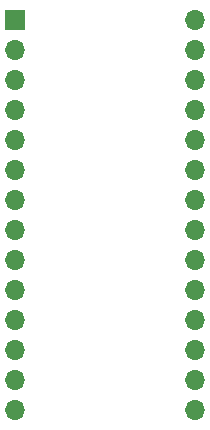
<source format=gbr>
%TF.GenerationSoftware,KiCad,Pcbnew,(5.1.6)-1*%
%TF.CreationDate,2021-05-02T16:05:47+02:00*%
%TF.ProjectId,nv-fram,6e762d66-7261-46d2-9e6b-696361645f70,rev?*%
%TF.SameCoordinates,Original*%
%TF.FileFunction,Soldermask,Bot*%
%TF.FilePolarity,Negative*%
%FSLAX46Y46*%
G04 Gerber Fmt 4.6, Leading zero omitted, Abs format (unit mm)*
G04 Created by KiCad (PCBNEW (5.1.6)-1) date 2021-05-02 16:05:47*
%MOMM*%
%LPD*%
G01*
G04 APERTURE LIST*
%ADD10O,1.700000X1.700000*%
%ADD11R,1.700000X1.700000*%
G04 APERTURE END LIST*
D10*
%TO.C,J1*%
X152400000Y-72390000D03*
X137160000Y-105410000D03*
X152400000Y-74930000D03*
X137160000Y-102870000D03*
X152400000Y-77470000D03*
X137160000Y-100330000D03*
X152400000Y-80010000D03*
X137160000Y-97790000D03*
X152400000Y-82550000D03*
X137160000Y-95250000D03*
X152400000Y-85090000D03*
X137160000Y-92710000D03*
X152400000Y-87630000D03*
X137160000Y-90170000D03*
X152400000Y-90170000D03*
X137160000Y-87630000D03*
X152400000Y-92710000D03*
X137160000Y-85090000D03*
X152400000Y-95250000D03*
X137160000Y-82550000D03*
X152400000Y-97790000D03*
X137160000Y-80010000D03*
X152400000Y-100330000D03*
X137160000Y-77470000D03*
X152400000Y-102870000D03*
X137160000Y-74930000D03*
X152400000Y-105410000D03*
D11*
X137160000Y-72390000D03*
%TD*%
M02*

</source>
